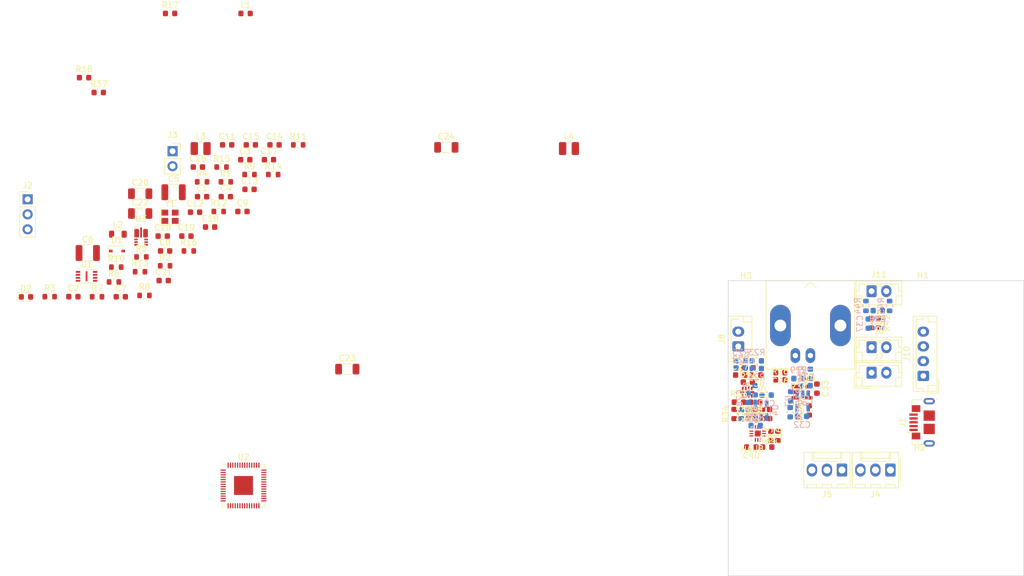
<source format=kicad_pcb>
(kicad_pcb (version 20211014) (generator pcbnew)
  (layers (0 "F.Cu" signal) (31 "B.Cu" signal) (34 "B.Paste" user) (35 "F.Paste" user) (36 "B.SilkS" user "B.Silkscreen") (37 "F.SilkS" user "F.Silkscreen") (38 "B.Mask" user) (39 "F.Mask" user) (44 "Edge.Cuts" user))
  (net 0 "")
  (net 1 "/XIN")
  (net 2 "GND")
  (net 3 "Net-(C2-Pad1)")
  (net 4 "+3V3")
  (net 5 "Net-(C4-Pad1)")
  (net 6 "+24V")
  (net 7 "Net-(C6-Pad2)")
  (net 8 "+1V1")
  (net 9 "Net-(C11-Pad2)")
  (net 10 "Net-(C12-Pad1)")
  (net 11 "Net-(C12-Pad2)")
  (net 12 "Net-(C15-Pad2)")
  (net 13 "Net-(C17-Pad1)")
  (net 14 "+3.3VA")
  (net 15 "Net-(C24-Pad1)")
  (net 16 "Net-(C25-Pad1)")
  (net 17 "Net-(C26-Pad1)")
  (net 18 "Net-(C27-Pad1)")
  (net 19 "/sensorAmp/Vref")
  (net 20 "Net-(C30-Pad1)")
  (net 21 "Net-(C31-Pad1)")
  (net 22 "Net-(C34-Pad1)")
  (net 23 "Net-(C35-Pad1)")
  (net 24 "Net-(C36-Pad1)")
  (net 25 "Net-(C38-Pad1)")
  (net 26 "Net-(C38-Pad2)")
  (net 27 "Net-(D1-Pad2)")
  (net 28 "Net-(D2-Pad2)")
  (net 29 "VBUS")
  (net 30 "Net-(J1-Pad2)")
  (net 31 "Net-(J1-Pad3)")
  (net 33 "Net-(J2-Pad1)")
  (net 34 "Net-(J2-Pad3)")
  (net 35 "Net-(J3-Pad1)")
  (net 36 "Net-(J4-Pad3)")
  (net 37 "Net-(J5-Pad3)")
  (net 38 "Net-(J6-Pad1)")
  (net 39 "Net-(J7-Pad1)")
  (net 40 "Net-(J9-Pad1)")
  (net 41 "/XOUT")
  (net 42 "Net-(R4-Pad2)")
  (net 43 "Net-(R5-Pad2)")
  (net 44 "/QSPI_CS")
  (net 45 "Net-(R7-Pad1)")
  (net 46 "Net-(R8-Pad2)")
  (net 47 "/UART1")
  (net 48 "/UART0")
  (net 49 "/DIN1")
  (net 50 "/DIN2")
  (net 51 "/sensorAmp/SCL")
  (net 52 "/sensorAmp/SDA")
  (net 53 "Net-(J11-Pad1)")
  (net 54 "Net-(J11-Pad2)")
  (net 55 "/QSPI_D1")
  (net 56 "/QSPI_D2")
  (net 57 "/QSPI_D0")
  (net 58 "/QSPI_CLK")
  (net 59 "/QSPI_D3")
  (net 66 "/sensorAmp/ecExc+")
  (net 67 "/sensorAmp/ecExc-")
  (net 70 "/sensorAmp/PH_R_Exc")
  (net 72 "/sensorAmp/SDI")
  (net 73 "/sensorAmp/SDO")
  (net 74 "/sensorAmp/CS")
  (net 75 "/sensorAmp/SCK")
  (net 82 "Net-(R27-Pad2)")
  (net 83 "Net-(R33-Pad1)")
  (net 84 "Net-(R32-Pad1)")
  (net 85 "/sensorAmp/ECsens")
  (net 86 "Net-(R31-Pad1)")
  (net 87 "/sensorAmp/Vguard")
  (net 88 "Net-(R36-Pad1)")
  (net 89 "Net-(R30-Pad1)")
  (net 90 "/sensorAmp/PHsens")
  (footprint "Capacitor_SMD:C_0603_1608Metric" (layer "F.Cu") (at 213.9 118.2 180)
    (fp_text reference "C40" (at 0 -1.43) (layer "F.SilkS"))
    (fp_text value "100nF")
    (pad "1" smd roundrect (at -0.775 0 180) (size 0.9 0.95) (layers "F.Cu" "F.Paste" "F.Mask") (net 4 "+3V3"))
    (pad "2" smd roundrect (at 0.775 0 180) (size 0.9 0.95) (layers "F.Cu" "F.Paste" "F.Mask") (net 2 "GND"))
  )
  (footprint "Resistor_SMD:R_0603_1608Metric" (layer "F.Cu") (at 111.25 92.52)
    (fp_text reference "R8" (at 0 -1.43) (layer "F.SilkS"))
    (fp_text value "5.6k")
    (pad "1" smd roundrect (at -0.825 0) (size 0.8 0.95) (layers "F.Cu" "F.Paste" "F.Mask") (net 29 "VBUS"))
    (pad "2" smd roundrect (at 0.825 0) (size 0.8 0.95) (layers "F.Cu" "F.Paste" "F.Mask") (net 46 "Net-(R8-Pad2)"))
  )
  (footprint "Package_DFN_QFN:QFN-56-1EP_7x7mm_P0.4mm_EP3.2x3.2mm" (layer "F.Cu") (at 128 124.7)
    (fp_text reference "U2" (at 0 -4.82) (layer "F.SilkS"))
    (fp_text value "RP2040")
    (pad "1" smd roundrect locked (at -3.4375 -2.6) (size 0.875 0.2) (layers "F.Cu" "F.Paste" "F.Mask") (net 4 "+3V3"))
    (pad "2" smd roundrect locked (at -3.4375 -2.2) (size 0.875 0.2) (layers "F.Cu" "F.Paste" "F.Mask") (net 47 "/UART1"))
    (pad "3" smd roundrect locked (at -3.4375 -1.8) (size 0.875 0.2) (layers "F.Cu" "F.Paste" "F.Mask") (net 47 "/UART1"))
    (pad "4" smd roundrect locked (at -3.4375 -1.4) (size 0.875 0.2) (layers "F.Cu" "F.Paste" "F.Mask"))
    (pad "5" smd roundrect locked (at -3.4375 -1) (size 0.875 0.2) (layers "F.Cu" "F.Paste" "F.Mask"))
    (pad "6" smd roundrect locked (at -3.4375 -0.6) (size 0.875 0.2) (layers "F.Cu" "F.Paste" "F.Mask") (net 48 "/UART0"))
    (pad "7" smd roundrect locked (at -3.4375 -0.2) (size 0.875 0.2) (layers "F.Cu" "F.Paste" "F.Mask") (net 48 "/UART0"))
    (pad "8" smd roundrect locked (at -3.4375 0.2) (size 0.875 0.2) (layers "F.Cu" "F.Paste" "F.Mask"))
    (pad "9" smd roundrect locked (at -3.4375 0.6) (size 0.875 0.2) (layers "F.Cu" "F.Paste" "F.Mask"))
    (pad "10" smd roundrect locked (at -3.4375 1) (size 0.875 0.2) (layers "F.Cu" "F.Paste" "F.Mask") (net 4 "+3V3"))
    (pad "11" smd roundrect locked (at -3.4375 1.4) (size 0.875 0.2) (layers "F.Cu" "F.Paste" "F.Mask") (net 45 "Net-(R7-Pad1)"))
    (pad "12" smd roundrect locked (at -3.4375 1.8) (size 0.875 0.2) (layers "F.Cu" "F.Paste" "F.Mask") (net 46 "Net-(R8-Pad2)"))
    (pad "13" smd roundrect locked (at -3.4375 2.2) (size 0.875 0.2) (layers "F.Cu" "F.Paste" "F.Mask"))
    (pad "14" smd roundrect locked (at -3.4375 2.6) (size 0.875 0.2) (layers "F.Cu" "F.Paste" "F.Mask") (net 49 "/DIN1"))
    (pad "15" smd roundrect locked (at -2.6 3.4375) (size 0.2 0.875) (layers "F.Cu" "F.Paste" "F.Mask") (net 50 "/DIN2"))
    (pad "16" smd roundrect locked (at -2.2 3.4375) (size 0.2 0.875) (layers "F.Cu" "F.Paste" "F.Mask"))
    (pad "17" smd roundrect locked (at -1.8 3.4375) (size 0.2 0.875) (layers "F.Cu" "F.Paste" "F.Mask") (net 66 "/sensorAmp/ecExc+"))
    (pad "18" smd roundrect locked (at -1.4 3.4375) (size 0.2 0.875) (layers "F.Cu" "F.Paste" "F.Mask") (net 67 "/sensorAmp/ecExc-"))
    (pad "19" smd roundrect locked (at -1 3.4375) (size 0.2 0.875) (layers "F.Cu" "F.Paste" "F.Mask") (net 2 "GND"))
    (pad "20" smd roundrect locked (at -0.6 3.4375) (size 0.2 0.875) (layers "F.Cu" "F.Paste" "F.Mask") (net 1 "/XIN"))
    (pad "21" smd roundrect locked (at -0.2 3.4375) (size 0.2 0.875) (layers "F.Cu" "F.Paste" "F.Mask") (net 41 "/XOUT"))
    (pad "22" smd roundrect locked (at 0.2 3.4375) (size 0.2 0.875) (layers "F.Cu" "F.Paste" "F.Mask") (net 4 "+3V3"))
    (pad "23" smd roundrect locked (at 0.6 3.4375) (size 0.2 0.875) (layers "F.Cu" "F.Paste" "F.Mask") (net 8 "+1V1"))
    (pad "24" smd roundrect locked (at 1 3.4375) (size 0.2 0.875) (layers "F.Cu" "F.Paste" "F.Mask") (net 33 "Net-(J2-Pad1)"))
    (pad "25" smd roundrect locked (at 1.4 3.4375) (size 0.2 0.875) (layers "F.Cu" "F.Paste" "F.Mask") (net 34 "Net-(J2-Pad3)"))
    (pad "26" smd roundrect locked (at 1.8 3.4375) (size 0.2 0.875) (layers "F.Cu" "F.Paste" "F.Mask"))
    (pad "27" smd roundrect locked (at 2.2 3.4375) (size 0.2 0.875) (layers "F.Cu" "F.Paste" "F.Mask"))
    (pad "28" smd roundrect locked (at 2.6 3.4375) (size 0.2 0.875) (layers "F.Cu" "F.Paste" "F.Mask") (net 70 "/sensorAmp/PH_R_Exc"))
    (pad "29" smd roundrect locked (at 3.4375 2.6) (size 0.875 0.2) (layers "F.Cu" "F.Paste" "F.Mask"))
    (pad "30" smd roundrect locked (at 3.4375 2.2) (size 0.875 0.2) (layers "F.Cu" "F.Paste" "F.Mask") (net 72 "/sensorAmp/SDI"))
    (pad "31" smd roundrect locked (at 3.4375 1.8) (size 0.875 0.2) (layers "F.Cu" "F.Paste" "F.Mask") (net 73 "/sensorAmp/SDO"))
    (pad "32" smd roundrect locked (at 3.4375 1.4) (size 0.875 0.2) (layers "F.Cu" "F.Paste" "F.Mask") (net 74 "/sensorAmp/CS"))
    (pad "33" smd roundrect locked (at 3.4375 1) (size 0.875 0.2) (layers "F.Cu" "F.Paste" "F.Mask") (net 4 "+3V3"))
    (pad "34" smd roundrect locked (at 3.4375 0.6) (size 0.875 0.2) (layers "F.Cu" "F.Paste" "F.Mask") (net 75 "/sensorAmp/SCK"))
    (pad "35" smd roundrect locked (at 3.4375 0.2) (size 0.875 0.2) (layers "F.Cu" "F.Paste" "F.Mask"))
    (pad "36" smd roundrect locked (at 3.4375 -0.2) (size 0.875 0.2) (layers "F.Cu" "F.Paste" "F.Mask") (net 52 "/sensorAmp/SDA"))
    (pad "37" smd roundrect locked (at 3.4375 -0.6) (size 0.875 0.2) (layers "F.Cu" "F.Paste" "F.Mask") (net 51 "/sensorAmp/SCL"))
    (pad "38" smd roundrect locked (at 3.4375 -1) (size 0.875 0.2) (layers "F.Cu" "F.Paste" "F.Mask"))
    (pad "39" smd roundrect locked (at 3.4375 -1.4) (size 0.875 0.2) (layers "F.Cu" "F.Paste" "F.Mask"))
    (pad "40" smd roundrect locked (at 3.4375 -1.8) (size 0.875 0.2) (layers "F.Cu" "F.Paste" "F.Mask"))
    (pad "41" smd roundrect locked (at 3.4375 -2.2) (size 0.875 0.2) (layers "F.Cu" "F.Paste" "F.Mask"))
    (pad "42" smd roundrect locked (at 3.4375 -2.6) (size 0.875 0.2) (layers "F.Cu" "F.Paste" "F.Mask") (net 4 "+3V3"))
    (pad "43" smd roundrect locked (at 2.6 -3.4375) (size 0.2 0.875) (layers "F.Cu" "F.Paste" "F.Mask") (net 5 "Net-(C4-Pad1)"))
    (pad "44" smd roundrect locked (at 2.2 -3.4375) (size 0.2 0.875) (layers "F.Cu" "F.Paste" "F.Mask") (net 4 "+3V3"))
    (pad "45" smd roundrect locked (at 1.8 -3.4375) (size 0.2 0.875) (layers "F.Cu" "F.Paste" "F.Mask") (net 8 "+1V1"))
    (pad "46" smd roundrect locked (at 1.4 -3.4375) (size 0.2 0.875) (layers "F.Cu" "F.Paste" "F.Mask") (net 43 "Net-(R5-Pad2)"))
    (pad "47" smd roundrect locked (at 1 -3.4375) (size 0.2 0.875) (layers "F.Cu" "F.Paste" "F.Mask") (net 42 "Net-(R4-Pad2)"))
    (pad "48" smd roundrect locked (at 0.6 -3.4375) (size 0.2 0.875) (layers "F.Cu" "F.Paste" "F.Mask") (net 4 "+3V3"))
    (pad "49" smd roundrect locked (at 0.2 -3.4375) (size 0.2 0.875) (layers "F.Cu" "F.Paste" "F.Mask") (net 4 "+3V3"))
    (pad "50" smd roundrect locked (at -0.2 -3.4375) (size 0.2 0.875) (layers "F.Cu" "F.Paste" "F.Mask") (net 8 "+1V1"))
    (pad "51" smd roundrect locked (at -0.6 -3.4375) (size 0.2 0.875) (layers "F.Cu" "F.Paste" "F.Mask") (net 59 "/QSPI_D3"))
    (pad "52" smd roundrect locked (at -1 -3.4375) (size 0.2 0.875) (layers "F.Cu" "F.Paste" "F.Mask") (net 58 "/QSPI_CLK"))
    (pad "53" smd roundrect locked (at -1.4 -3.4375) (size 0.2 0.875) (layers "F.Cu" "F.Paste" "F.Mask") (net 57 "/QSPI_D0"))
    (pad "54" smd roundrect locked (at -1.8 -3.4375) (size 0.2 0.875) (layers "F.Cu" "F.Paste" "F.Mask") (net 56 "/QSPI_D2"))
    (pad "55" smd roundrect locked (at -2.2 -3.4375) (size 0.2 0.875) (layers "F.Cu" "F.Paste" "F.Mask") (net 55 "/QSPI_D1"))
    (pad "56" smd roundrect locked (at -2.6 -3.4375) (size 0.2 0.875) (layers "F.Cu" "F.Paste" "F.Mask") (net 44 "/QSPI_CS"))
    (pad "57" smd rect locked (at 0 0) (size 3.2 3.2) (layers "F.Cu" "F.Mask") (net 2 "GND"))
  )
  (footprint "Capacitor_SMD:C_0603_1608Metric" (layer "F.Cu") (at 120.28 70.78)
    (fp_text reference "C16" (at 0 -1.43) (layer "F.SilkS"))
    (fp_text value "100nF")
    (pad "1" smd roundrect (at -0.775 0) (size 0.9 0.95) (layers "F.Cu" "F.Paste" "F.Mask") (net 4 "+3V3"))
    (pad "2" smd roundrect (at 0.775 0) (size 0.9 0.95) (layers "F.Cu" "F.Paste" "F.Mask") (net 2 "GND"))
  )
  (footprint "Inductor_SMD:L_0603_1608Metric" (layer "F.Cu") (at 213.425 104.8 180)
    (fp_text reference "R24" (at 0 -1.43) (layer "F.SilkS"))
    (fp_text value "100k")
    (pad "1" smd roundrect (at -0.7875 0 180) (size 0.875 0.95) (layers "F.Cu" "F.Paste" "F.Mask") (net 20 "Net-(C30-Pad1)"))
    (pad "2" smd roundrect (at 0.7875 0 180) (size 0.875 0.95) (layers "F.Cu" "F.Paste" "F.Mask") (net 18 "Net-(C27-Pad1)"))
  )
  (footprint "Inductor_SMD:L_0603_1608Metric" (layer "F.Cu") (at 101.03 55.65)
    (fp_text reference "R18" (at 0 -1.43) (layer "F.SilkS"))
    (fp_text value "1R")
    (pad "1" smd roundrect (at -0.7875 0) (size 0.875 0.95) (layers "F.Cu" "F.Paste" "F.Mask") (net 15 "Net-(C24-Pad1)"))
    (pad "2" smd roundrect (at 0.7875 0) (size 0.875 0.95) (layers "F.Cu" "F.Paste" "F.Mask") (net 2 "GND"))
  )
  (footprint "Connector_PinHeader_2.54mm:PinHeader_1x03_P2.54mm_Vertical" (layer "F.Cu") (at 91.48 76.25)
    (fp_text reference "J2" (at 0 -2.33) (layer "F.SilkS"))
    (fp_text value "Conn_01x03")
    (pad "1" thru_hole rect (at 0 0) (size 1.7 1.7) (drill 1) (layers *.Cu *.Mask) (net 33 "Net-(J2-Pad1)"))
    (pad "2" thru_hole oval (at 0 2.54) (size 1.7 1.7) (drill 1) (layers *.Cu *.Mask) (net 2 "GND"))
    (pad "3" thru_hole oval (at 0 5.08) (size 1.7 1.7) (drill 1) (layers *.Cu *.Mask) (net 34 "Net-(J2-Pad3)"))
  )
  (footprint "Inductor_SMD:L_0603_1608Metric" (layer "F.Cu") (at 214.6 110.6 180)
    (fp_text reference "R31" (at 0 -1.43) (layer "F.SilkS"))
    (fp_text value "20k")
    (pad "1" smd roundrect (at -0.7875 0 180) (size 0.875 0.95) (layers "F.Cu" "F.Paste" "F.Mask") (net 86 "Net-(R31-Pad1)"))
    (pad "2" smd roundrect (at 0.7875 0 180) (size 0.875 0.95) (layers "F.Cu" "F.Paste" "F.Mask") (net 85 "/sensorAmp/ECsens"))
  )
  (footprint "Inductor_SMD:L_0603_1608Metric" (layer "F.Cu") (at 218.4 116.3125 90)
    (fp_text reference "R43" (at 0 -1.43 90) (layer "F.SilkS"))
    (fp_text value "0R")
    (pad "1" smd roundrect (at -0.7875 0 90) (size 0.875 0.95) (layers "F.Cu" "F.Paste" "F.Mask") (net 14 "+3.3VA"))
    (pad "2" smd roundrect (at 0.7875 0 90) (size 0.875 0.95) (layers "F.Cu" "F.Paste" "F.Mask") (net 24 "Net-(C36-Pad1)"))
  )
  (footprint "Inductor_SMD:L_0603_1608Metric" (layer "F.Cu") (at 223.7 112 90)
    (fp_text reference "R35" (at 0 -1.43 90) (layer "F.SilkS"))
    (fp_text value "100k")
    (pad "1" smd roundrect (at -0.7875 0 90) (size 0.875 0.95) (layers "F.Cu" "F.Paste" "F.Mask") (net 70 "/sensorAmp/PH_R_Exc"))
    (pad "2" smd roundrect (at 0.7875 0 90) (size 0.875 0.95) (layers "F.Cu" "F.Paste" "F.Mask") (net 89 "Net-(R30-Pad1)"))
  )
  (footprint "Crystal:Crystal_SMD_2520-4Pin_2.5x2.0mm" (layer "F.Cu") (at 115.57 79.2)
    (fp_text reference "Y1" (at 0 -2.2) (layer "F.SilkS"))
    (fp_text value "12Mhz")
    (pad "1" smd rect (at -0.875 0.7) (size 1.15 1) (layers "F.Cu" "F.Paste" "F.Mask") (net 1 "/XIN"))
    (pad "2" smd rect (at 0.875 0.7) (size 1.15 1) (layers "F.Cu" "F.Paste" "F.Mask") (net 2 "GND"))
    (pad "3" smd rect (at 0.875 -0.7) (size 1.15 1) (layers "F.Cu" "F.Paste" "F.Mask") (net 3 "Net-(C2-Pad1)"))
    (pad "4" smd rect (at -0.875 -0.7) (size 1.15 1) (layers "F.Cu" "F.Paste" "F.Mask") (net 2 "GND"))
  )
  (footprint "Resistor_SMD:R_0603_1608Metric" (layer "F.Cu") (at 125.01 73.29)
    (fp_text reference "R1" (at 0 -1.43) (layer "F.SilkS"))
    (fp_text value "20R")
    (pad "1" smd roundrect (at -0.825 0) (size 0.8 0.95) (layers "F.Cu" "F.Paste" "F.Mask") (net 27 "Net-(D1-Pad2)"))
    (pad "2" smd roundrect (at 0.825 0) (size 0.8 0.95) (layers "F.Cu" "F.Paste" "F.Mask") (net 29 "VBUS"))
  )
  (footprint "Resistor_SMD:R_0603_1608Metric" (layer "F.Cu") (at 106.48 87.73)
    (fp_text reference "R10" (at 0 -1.43) (layer "F.SilkS"))
    (fp_text value "1k")
    (pad "1" smd roundrect (at -0.825 0) (size 0.8 0.95) (layers "F.Cu" "F.Paste" "F.Mask") (net 36 "Net-(J4-Pad3)"))
    (pad "2" smd roundrect (at 0.825 0) (size 0.8 0.95) (layers "F.Cu" "F.Paste" "F.Mask") (net 47 "/UART1"))
  )
  (footprint "Capacitor_SMD:C_0603_1608Metric" (layer "F.Cu") (at 129.24 67.03)
    (fp_text reference "C15" (at 0 -1.43) (layer "F.SilkS"))
    (fp_text value "DNP")
    (pad "1" smd roundrect (at -0.775 0) (size 0.9 0.95) (layers "F.Cu" "F.Paste" "F.Mask") (net 2 "GND"))
    (pad "2" smd roundrect (at 0.775 0) (size 0.9 0.95) (layers "F.Cu" "F.Paste" "F.Mask") (net 12 "Net-(C15-Pad2)"))
  )
  (footprint "Resistor_SMD:R_0603_1608Metric" (layer "F.Cu") (at 121 73.29)
    (fp_text reference "R4" (at 0 -1.43) (layer "F.SilkS"))
    (fp_text value "27")
    (pad "1" smd roundrect (at -0.825 0) (size 0.8 0.95) (layers "F.Cu" "F.Paste" "F.Mask") (net 31 "Net-(J1-Pad3)"))
    (pad "2" smd roundrect (at 0.825 0) (size 0.8 0.95) (layers "F.Cu" "F.Paste" "F.Mask") (net 42 "Net-(R4-Pad2)"))
  )
  (footprint "Capacitor_SMD:C_0603_1608Metric" (layer "F.Cu") (at 217.2 116.3 -90)
    (fp_text reference "C36" (at 0 -1.43 90) (layer "F.SilkS"))
    (fp_text value "100nF")
    (pad "1" smd roundrect (at -0.775 0 270) (size 0.9 0.95) (layers "F.Cu" "F.Paste" "F.Mask") (net 24 "Net-(C36-Pad1)"))
    (pad "2" smd roundrect (at 0.775 0 270) (size 0.9 0.95) (layers "F.Cu" "F.Paste" "F.Mask") (net 2 "GND"))
  )
  (footprint "Capacitor_SMD:C_0603_1608Metric" (layer "F.Cu") (at 212.025 106)
    (fp_text reference "C27" (at 0 -1.43) (layer "F.SilkS"))
    (fp_text value "1n")
    (pad "1" smd roundrect (at -0.775 0) (size 0.9 0.95) (layers "F.Cu" "F.Paste" "F.Mask") (net 18 "Net-(C27-Pad1)"))
    (pad "2" smd roundrect (at 0.775 0) (size 0.9 0.95) (layers "F.Cu" "F.Paste" "F.Mask") (net 2 "GND"))
  )
  (footprint "Capacitor_SMD:C_0603_1608Metric" (layer "F.Cu") (at 121 75.8)
    (fp_text reference "C1" (at 0 -1.43) (layer "F.SilkS"))
    (fp_text value "12p")
    (pad "1" smd roundrect (at -0.775 0) (size 0.9 0.95) (layers "F.Cu" "F.Paste" "F.Mask") (net 1 "/XIN"))
    (pad "2" smd roundrect (at 0.775 0) (size 0.9 0.95) (layers "F.Cu" "F.Paste" "F.Mask") (net 2 "GND"))
  )
  (footprint "Inductor_SMD:L_0603_1608Metric" (layer "F.Cu") (at 212.2 112.6 -90)
    (fp_text reference "R32" (at 0 -1.43 90) (layer "F.SilkS"))
    (fp_text value "10k")
    (pad "1" smd roundrect (at -0.7875 0 270) (size 0.875 0.95) (layers "F.Cu" "F.Paste" "F.Mask") (net 84 "Net-(R32-Pad1)"))
    (pad "2" smd roundrect (at 0.7875 0 270) (size 0.875 0.95) (layers "F.Cu" "F.Paste" "F.Mask") (net 86 "Net-(R31-Pad1)"))
  )
  (footprint "Bergi:Texas_S-X2QFN-10" (layer "F.Cu") (at 213.225 108.9 -90)
    (fp_text reference "U5" (at -0.05 -2.6 90) (layer "F.SilkS"))
    (fp_text value "TLV9002S")
    (pad "1" smd roundrect (at -0.625 -0.75 270) (size 0.6 0.3) (layers "F.Cu" "F.Paste" "F.Mask") (net 2 "GND"))
    (pad "2" smd roundrect (at -0.625 -0.25 270) (size 0.6 0.25) (layers "F.Cu" "F.Paste" "F.Mask") (net 14 "+3.3VA"))
    (pad "3" smd roundrect (at -0.625 0.25 270) (size 0.6 0.25) (layers "F.Cu" "F.Paste" "F.Mask") (net 14 "+3.3VA"))
    (pad "4" smd roundrect (at -0.625 0.75 270) (size 0.6 0.3) (layers "F.Cu" "F.Paste" "F.Mask") (net 18 "Net-(C27-Pad1)"))
    (pad "5" smd roundrect (at 0 0.875 270) (size 0.35 0.6) (layers "F.Cu" "F.Paste" "F.Mask") (net 83 "Net-(R33-Pad1)"))
    (pad "6" smd roundrect (at 0.625 0.75 270) (size 0.6 0.3) (layers "F.Cu" "F.Paste" "F.Mask") (net 84 "Net-(R32-Pad1)"))
    (pad "7" smd roundrect (at 0.625 0.25 270) (size 0.6 0.25) (layers "F.Cu" "F.Paste" "F.Mask") (net 14 "+3.3VA"))
    (pad "8" smd roundrect (at 0.625 -0.25 270) (size 0.6 0.25) (layers "F.Cu" "F.Paste" "F.Mask") (net 85 "/sensorAmp/ECsens"))
    (pad "9" smd roundrect (at 0.625 -0.75 270) (size 0.6 0.3) (layers "F.Cu" "F.Paste" "F.Mask") (net 86 "Net-(R31-Pad1)"))
    (pad "10" smd roundrect (at 0 -0.875 270) (size 0.35 0.6) (layers "F.Cu" "F.Paste" "F.Mask") (net 20 "Net-(C30-Pad1)"))
  )
  (footprint "Connector_JST:JST_EH_B2B-EH-A_1x02_P2.50mm_Vertical" (layer "F.Cu") (at 234.25 91.8)
    (fp_text reference "J11" (at 1.25 -2.8) (layer "F.SilkS"))
    (fp_text value "Conn_01x02")
    (pad "1" thru_hole roundrect (at 0 0) (size 1.7 2) (drill 1) (layers *.Cu *.Mask) (roundrect_rratio 0.147059) (net 53 "Net-(J11-Pad1)"))
    (pad "2" thru_hole oval (at 2.5 0) (size 1.7 2) (drill 1) (layers *.Cu *.Mask) (net 54 "Net-(J11-Pad2)"))
  )
  (footprint "Bergi:V-DFN3020-13" (layer "F.Cu") (at 110.675 82.685)
    (fp_text reference "U3" (at 0 -3.15 unlocked) (layer "F.SilkS"))
    (fp_text value "AP63357Q")
    (pad "1" smd roundrect (at -0.75 -0.6875) (size 0.8 1.45) (layers "F.Cu" "F.Paste" "F.Mask") (net 7 "Net-(C6-Pad2)"))
    (pad "2" smd roundrect (at -0.85 0.3625) (size 0.6 0.3) (layers "F.Cu" "F.Paste" "F.Mask") (net 7 "Net-(C6-Pad2)"))
    (pad "3" smd roundrect (at -0.85 0.8125) (size 0.6 0.3) (layers "F.Cu" "F.Paste" "F.Mask") (net 13 "Net-(C17-Pad1)"))
    (pad "4" smd roundrect (at -0.85 1.2625) (size 0.6 0.3) (layers "F.Cu" "F.Paste" "F.Mask") (net 12 "Net-(C15-Pad2)"))
    (pad "5" smd roundrect (at 0.85 1.2625) (size 0.6 0.3) (layers "F.Cu" "F.Paste" "F.Mask"))
    (pad "6" smd roundrect (at 0.85 0.8125) (size 0.6 0.3) (layers "F.Cu" "F.Paste" "F.Mask") (net 11 "Net-(C12-Pad2)"))
    (pad "7" smd roundrect (at 0.85 0.3625) (size 0.6 0.3) (layers "F.Cu" "F.Paste" "F.Mask") (net 10 "Net-(C12-Pad1)"))
    (pad "8" smd roundrect (at 0.75 -0.6875) (size 0.8 1.45) (layers "F.Cu" "F.Paste" "F.Mask") (net 2 "GND"))
    (pad "9" smd roundrect (at 0 -0.825) (size 0.3 1.725) (layers "F.Cu" "F.Paste" "F.Mask") (net 10 "Net-(C12-Pad1)"))
  )
  (footprint "Resistor_SMD:R_0603_1608Metric" (layer "F.Cu") (at 95.21 92.73)
    (fp_text reference "R3" (at 0 -1.43) (layer "F.SilkS"))
    (fp_text value "1k")
    (pad "1" smd roundrect (at -0.825 0) (size 0.8 0.95) (layers "F.Cu" "F.Paste" "F.Mask") (net 41 "/XOUT"))
    (pad "2" smd roundrect (at 0.825 0) (size 0.8 0.95) (layers "F.Cu" "F.Paste" "F.Mask") (net 3 "Net-(C2-Pad1)"))
  )
  (footprint "Capacitor_SMD:C_0603_1608Metric" (layer "F.Cu") (at 125.01 75.8)
    (fp_text reference "C4" (at 0 -1.43) (layer "F.SilkS"))
    (fp_text value "1µF")
    (pad "1" smd roundrect (at -0.775 0) (size 0.9 0.95) (layers "F.Cu" "F.Paste" "F.Mask") (net 5 "Net-(C4-Pad1)"))
    (pad "2" smd roundrect (at 0.775 0) (size 0.9 0.95) (layers "F.Cu" "F.Paste" "F.Mask") (net 2 "GND"))
  )
  (footprint "Capacitor_SMD:C_0603_1608Metric" (layer "F.Cu") (at 114.5 90.01)
    (fp_text reference "C21" (at 0 -1.43) (layer "F.SilkS"))
    (fp_text value "1µF")
    (pad "1" smd roundrect (at -0.775 0) (size 0.9 0.95) (layers "F.Cu" "F.Paste" "F.Mask") (net 4 "+3V3"))
    (pad "2" smd roundrect (at 0.775 0) (size 0.9 0.95) (layers "F.Cu" "F.Paste" "F.Mask") (net 2 "GND"))
  )
  (footprint "Resistor_SMD:R_0603_1608Metric" (layer "F.Cu") (at 124.29 70.78)
    (fp_text reference "R15" (at 0 -1.43) (layer "F.SilkS"))
    (fp_text value "91k")
    (pad "1" smd roundrect (at -0.825 0) (size 0.8 0.95) (layers "F.Cu" "F.Paste" "F.Mask") (net 4 "+3V3"))
    (pad "2" smd roundrect (at 0.825 0) (size 0.8 0.95) (layers "F.Cu" "F.Paste" "F.Mask") (net 13 "Net-(C17-Pad1)"))
  )
  (footprint "Inductor_SMD:L_0603_1608Metric" (layer "F.Cu") (at 128.35 44.78)
    (fp_text reference "L1" (at 0 -1.43) (layer "F.SilkS"))
    (fp_text value "600R")
    (pad "1" smd roundrect (at -0.7875 0) (size 0.875 0.95) (layers "F.Cu" "F.Paste" "F.Mask") (net 5 "Net-(C4-Pad1)"))
    (pad "2" smd roundrect (at 0.7875 0) (size 0.875 0.95) (layers "F.Cu" "F.Paste" "F.Mask") (net 14 "+3.3VA"))
  )
  (footprint "Package_TO_SOT_SMD:SOT-23-5" (layer "F.Cu") (at 222.5 108.9)
    (fp_text reference "U6" (at 0 -2.4) (layer "F.SilkS"))
    (fp_text value "NCS333ASN2T1G")
    (pad "1" smd roundrect (at -1.1375 -0.95) (size 1.325 0.6) (layers "F.Cu" "F.Paste" "F.Mask") (net 87 "/sensorAmp/Vguard"))
    (pad "2" smd roundrect (at -1.1375 0) (size 1.325 0.6) (layers "F.Cu" "F.Paste" "F.Mask") (net 2 "GND"))
    (pad "3" smd roundrect (at -1.1375 0.95) (size 1.325 0.6) (layers "F.Cu" "F.Paste" "F.Mask") (net 88 "Net-(R36-Pad1)"))
    (pad "4" smd roundrect (at 1.1375 0.95) (size 1.325 0.6) (layers "F.Cu" "F.Paste" "F.Mask") (net 89 "Net-(R30-Pad1)"))
    (pad "5" smd roundrect (at 1.1375 -0.95) (size 1.325 0.6) (layers "F.Cu" "F.Paste" "F.Mask") (net 14 "+3.3VA"))
  )
  (footprint "MountingHole:MountingHole_3.2mm_M3_DIN965" (layer "F.Cu") (at 213 93)
    (fp_text reference "H3" (at 0 -3.8) (layer "F.SilkS"))
    (fp_text value "MountingHole")
    (pad "" np_thru_hole circle (at 0 0) (size 3.2 3.2) (drill 3.2) (layers *.Cu *.Mask))
  )
  (footprint "Connector_JST:JST_EH_B2B-EH-A_1x02_P2.50mm_Vertical" (layer "F.Cu") (at 234.25 101.3)
    (fp_text reference "J6" (at 1.25 -2.8) (layer "F.SilkS"))
    (fp_text value "Conn_01x02")
    (pad "1" thru_hole roundrect (at 0 0) (size 1.7 2) (drill 1) (layers *.Cu *.Mask) (roundrect_rratio 0.147059) (net 38 "Net-(J6-Pad1)"))
    (pad "2" thru_hole oval (at 2.5 0) (size 1.7 2) (drill 1) (layers *.Cu *.Mask) (net 2 "GND"))
  )
  (footprint "Capacitor_SMD:C_0603_1608Metric" (layer "F.Cu") (at 218.8 105.6 180)
    (fp_text reference "C26" (at 0 -1.43) (layer "F.SilkS"))
    (fp_text value "1n")
    (pad "1" smd roundrect (at -0.775 0 180) (size 0.9 0.95) (layers "F.Cu" "F.Paste" "F.Mask") (net 17 "Net-(C26-Pad1)"))
    (pad "2" smd roundrect (at 0.775 0 180) (size 0.9 0.95) (layers "F.Cu" "F.Paste" "F.Mask") (net 2 "GND"))
  )
  (footprint "Capacitor_SMD:C_1210_3225Metric" (layer "F.Cu") (at 101.65 85.34)
    (fp_text reference "C6" (at 0 -2.3) (layer "F.SilkS"))
    (fp_text value "10µ")
    (pad "1" smd roundrect (at -1.475 0) (size 1.15 2.7) (layers "F.Cu" "F.Paste" "F.Mask") (roundrect_rratio 0.217391) (net 2 "GND"))
    (pad "2" smd roundrect (at 1.475 0) (size 1.15 2.7) (layers "F.Cu" "F.Paste" "F.Mask") (roundrect_rratio 0.217391) (net 7 "Net-(C6-Pad2)"))
  )
  (footprint "Inductor_SMD:L_0603_1608Metric" (layer "F.Cu") (at 115.58 44.78)
    (fp_text reference "R17" (at 0 -1.43) (layer "F.SilkS"))
    (fp_text value "1R")
    (pad "1" smd roundrect (at -0.7875 0) (size 0.875 0.95) (layers "F.Cu" "F.Paste" "F.Mask") (net 15 "Net-(C24-Pad1)"))
    (pad "2" smd roundrect (at 0.7875 0) (size 0.875 0.95) (layers "F.Cu" "F.Paste" "F.Mask") (net 2 "GND"))
  )
  (footprint "Resistor_SMD:R_0603_1608Metric" (layer "F.Cu") (at 114.74 87.5)
    (fp_text reference "R2" (at 0 -1.43) (layer "F.SilkS"))
    (fp_text value "20R")
    (pad "1" smd roundrect (at -0.825 0) (size 0.8 0.95) (layers "F.Cu" "F.Paste" "F.Mask") (net 27 "Net-(D1-Pad2)"))
    (pad "2" smd roundrect (at 0.825 0) (size 0.8 0.95) (layers "F.Cu" "F.Paste" "F.Mask") (net 29 "VBUS"))
  )
  (footprint "Connector_PinSocket_2.54mm:PinSocket_1x02_P2.54mm_Vertical" (layer "F.Cu") (at 116 68.1)
    (fp_text reference "J3" (at 0 -2.77) (layer "F.SilkS"))
    (fp_text value "Conn_01x02")
    (pad "1" thru_hole rect (at 0 0) (size 1.7 1.7) (drill 1) (layers *.Cu *.Mask) (net 35 "Net-(J3-Pad1)"))
    (pad "2" thru_hole oval (at 0 2.54) (size 1.7 1.7) (drill 1) (layers *.Cu *.Mask) (net 2 "GND"))
  )
  (footprint "Connector_Molex:Molex_KK-254_AE-6410-03A_1x03_P2.54mm_Vertical" (layer "F.Cu") (at 229.24 122.08 180)
    (fp_text reference "J5" (at 2.54 -4.12) (layer "F.SilkS"))
    (fp_text value "Conn_01x03")
    (pad "1" thru_hole roundrect (at 0 0 180) (size 1.74 2.19) (drill 1.19) (layers *.Cu *.Mask) (roundrect_rratio 0.143678) (net 2 "GND"))
    (pad "2" thru_hole oval (at 2.54 0 180) (size 1.74 2.19) (drill 1.19) (layers *.Cu *.Mask) (net 6 "+24V"))
    (pad "3" thru_hole oval (at 5.08 0 180) (size 1.74 2.19) (drill 1.19) (layers *.Cu *.Mask) (net 37 "Net-(J5-Pad3)"))
  )
  (footprint "Resistor_SMD:R_0603_1608Metric" (layer "F.Cu") (at 118.75 84.99)
    (fp_text reference "R16" (at 0 -1.43) (layer "F.SilkS"))
    (fp_text value "30k")
    (pad "1" smd roundrect (at -0.825 0) (size 0.8 0.95) (layers "F.Cu" "F.Paste" "F.Mask") (net 13 "Net-(C17-Pad1)"))
    (pad "2" smd roundrect (at 0.825 0) (size 0.8 0.95) (layers "F.Cu" "F.Paste" "F.Mask") (net 2 "GND"))
  )
  (footprint "Capacitor_SMD:C_0603_1608Metric" (layer "F.Cu") (at 129.02 74.56)
    (fp_text reference "C13" (at 0 -1.43) (layer "F.SilkS"))
    (fp_text value "100nF")
    (pad "1" smd roundrect (at -0.775 0) (size 0.9 0.95) (layers "F.Cu" "F.Paste" "F.Mask") (net 4 "+3V3"))
    (pad "2" smd roundrect (at 0.775 0) (size 0.9 0.95) (layers "F.Cu" "F.Paste" "F.Mask") (net 2 "GND"))
  )
  (footprint "Inductor_SMD:L_0603_1608Metric" (layer "F.Cu") (at 103.51 58.16)
    (fp_text reference "R37" (at 0 -1.43) (layer "F.SilkS"))
    (fp_text value "10k")
    (pad "1" smd roundrect (at -0.7875 0) (size 0.875 0.95) (layers "F.Cu" "F.Paste" "F.Mask") (net 83 "Net-(R33-Pad1)"))
    (pad "2" smd roundrect (at 0.7875 0) (size 0.875 0.95) (layers "F.Cu" "F.Paste" "F.Mask") (net 86 "Net-(R31-Pad1)"))
  )
  (footprint "Inductor_SMD:L_0805_2012Metric" (layer "F.Cu") (at 106.75 82.15)
    (fp_text reference "L2" (at 0 -1.55) (layer "F.SilkS"))
    (fp_text value "10µ")
    (pad "1" smd roundrect (at -1.0625 0) (size 0.875 1.2) (layers "F.Cu" "F.Paste" "F.Mask") (net 7 "Net-(C6-Pad2)"))
    (pad "2" smd roundrect (at 1.0625 0) (size 0.875 1.2) (layers "F.Cu" "F.Paste" "F.Mask") (net 6 "+24V"))
  )
  (footprint "Connector_JST:JST_EH_B2B-EH-A_1x02_P2.50mm_Vertical" (layer "F.Cu") (at 211.7 101.15 90)
    (fp_text reference "J8" (at 1.25 -2.8 90) (layer "F.SilkS"))
    (fp_text value "Conn_01x02")
    (pad "1" thru_hole roundrect (at 0 0 90) (size 1.7 2) (drill 1) (layers *.Cu *.Mask) (roundrect_rratio 0.147059) (net 18 "Net-(C27-Pad1)"))
    (pad "2" thru_hole oval (at 2.5 0 90) (size 1.7 2) (drill 1) (layers *.Cu *.Mask) (net 20 "Net-(C30-Pad1)"))
  )
  (footprint "Connector_Coaxial:BNC_Amphenol_B6252HB-NPP3G-50_Horizontal" (layer "F.Cu") (at 223.9 102.7)
    (fp_text reference "J9" (at 0 4) (layer "F.SilkS"))
    (fp_text value "Conn_Coaxial")
    (pad "1" thru_hole oval (at 0 0) (size 1.6 2.5) (drill 0.89) (layers *.Cu *.Mask) (net 40 "Net-(J9-Pad1)"))
    (pad "2" thru_hole oval (at 5.08 -5.08) (size 3.5 7) (drill 2.01) (layers *.Cu *.Mask) (net 17 "Net-(C26-Pad1)"))
    (pad "2" thru_hole oval (at -2.54 0) (size 1.6 2.5) (drill 0.89) (layers *.Cu *.Mask) (net 17 "Net-(C26-Pad1)"))
    (pad "2" thru_hole oval (at -5.08 -5.08) (size 3.5 7) (drill 2.01) (layers *.Cu *.Mask) (net 17 "Net-(C26-Pad1)"))
  )
  (footprint "Inductor_SMD:L_0603_1608Metric" (layer "F.Cu") (at 211.8 110.6)
    (fp_text reference "R33" (at 0 -1.43) (layer "F.SilkS"))
    (fp_text value "10k")
    (pad "1" smd roundrect (at -0.7875 0) (size 0.875 0.95) (layers "F.Cu" "F.Paste" "F.Mask") (net 83 "Net-(R33-Pad1)"))
    (pad "2" smd roundrect (at 0.7875 0) (size 0.875 0.95) (layers "F.Cu" "F.Paste" "F.Mask") (net 84 "Net-(R32-Pad1)"))
  )
  (footprint "Resistor_SMD:R_0603_1608Metric" (layer "F.Cu") (at 234.2 97.175 -90)
    (fp_text reference "R41" (at 0 -1.43 90) (layer "F.SilkS"))
    (fp_text value "10k")
    (pad "1" smd roundrect (at -0.825 0 270) (size 0.8 0.95) (layers "F.Cu" "F.Paste" "F.Mask") (net 4 "+3V3"))
    (pad "2" smd roundrect (at 0.825 0 270) (size 0.8 0.95) (layers "F.Cu" "F.Paste" "F.Mask") (net 51 "/sensorAmp/SCL"))
  )
  (footprint "MountingHole:MountingHole_3.2mm_M3_DIN965" (layer "F.Cu") (at 242.4 122.1)
    (fp_text reference "H2" (at 0 -3.8) (layer "F.SilkS"))
    (fp_text value "MountingHole")
    (pad "" np_thru_hole circle (at 0 0) (size 3.2 3.2) (drill 3.2) (layers *.Cu *.Mask))
  )
  (footprint "Resistor_SMD:R_0603_1608Metric" (layer "F.Cu") (at 133.03 72.05)
    (fp_text reference "R14" (at 0 -1.43) (layer "F.SilkS"))
    (fp_text value "27k")
    (pad "1" smd roundrect (at -0.825 0) (size 0.8 0.95) (layers "F.Cu" "F.Paste" "F.Mask") (net 12 "Net-(C15-Pad2)"))
    (pad "2" smd roundrect (at 0.825 0) (size 0.8 0.95) (layers "F.Cu" "F.Paste" "F.Mask") (net 9 "Net-(C11-Pad2)"))
  )
  (footprint "Resistor_SMD:R_0603_1608Metric" (layer "F.Cu") (at 106.08 90.24)
    (fp_text reference "R6" (at 0 -1.43) (layer "F.SilkS"))
    (fp_text value "1k")
    (pad "1" smd roundrect (at -0.825 0) (size 0.8 0.95) (layers "F.Cu" "F.Paste" "F.Mask") (net 44 "/QSPI_CS"))
    (pad "2" smd roundrect (at 0.825 0) (size 0.8 0.95) (layers "F.Cu" "F.Paste" "F.Mask") (net 35 "Net-(J3-Pad1)"))
  )
  (footprint "Bergi:QFN-12_EP_2x2_Pitch0.4mm" (layer "F.Cu") (at 215 115.9 180)
    (fp_text reference "U8" (at 0 -2.6) (layer "F.SilkS"))
    (fp_text value "MCP3465R")
    (pad "1" smd oval (at -1.075 -0.4 270) (size 0.2 0.7) (layers "F.Cu" "F.Paste" "F.Mask") (net 2 "GND"))
    (pad "2" smd oval (at -1.075 0 270) (size 0.2 0.7) (layers "F.Cu" "F.Paste" "F.Mask") (net 2 "GND"))
    (pad "3" smd oval (at -1.075 0.4 270) (size 0.2 0.7) (layers "F.Cu" "F.Paste" "F.Mask") (net 24 "Net-(C36-Pad1)"))
    (pad "4" smd oval (at -0.4 1.075 180) (size 0.2 0.7) (layers "F.Cu" "F.Paste" "F.Mask") (net 22 "Net-(C34-Pad1)"))
    (pad "5" smd oval (at 0 1.075 180) (size 0.2 0.7) (layers "F.Cu" "F.Paste" "F.Mask") (net 23 "Net-(C35-Pad1)"))
    (pad "6" smd oval (at 0.4 1.075 180) (size 0.2 0.7) (layers "F.Cu" "F.Paste" "F.Mask") (net 74 "/sensorAmp/CS"))
    (pad "7" smd oval (at 1.075 0.4 270) (size 0.2 0.7) (layers "F.Cu" "F.Paste" "F.Mask") (net 75 "/sensorAmp/SCK"))
    (pad "8" smd oval (at 1.075 0 270) (size 0.2 0.7) (layers "F.Cu" "F.Paste" "F.Mask") (net 72 "/sensorAmp/SDI"))
    (pad "9" smd oval (at 1.075 -0.4 270) (size 0.2 0.7) (layers "F.Cu" "F.Paste" "F.Mask") (net 73 "/sensorAmp/SDO"))
    (pad "10" smd oval (at 0.4 -1.075 180) (size 0.2 0.7) (layers "F.Cu" "F.Paste" "F.Mask") (net 2 "GND"))
    (pad "11" smd oval (at 0 -1.075 180) (size 0.2 0.7) (layers "F.Cu" "F.Paste" "F.Mask") (net 4 "+3V3"))
    (pad "12" smd oval (at -0.4 -1.075 180) (size 0.2 0.7) (layers "F.Cu" "F.Paste" "F.Mask") (net 14 "+3.3VA"))
    (pad "13" smd rect (at 0 0 180) (size 1 1) (layers "F.Cu" "F.Paste" "F.Mask") (net 2 "GND"))
  )
  (footprint "Capacitor_SMD:C_0603_1608Metric" (layer "F.Cu") (at 127.82 78.31)
    (fp_text reference "C9" (at 0 -1.43) (layer "F.SilkS"))
    (fp_text value "100nF")
    (pad "1" smd roundrect (at -0.775 0) (size 0.9 0.95) (layers "F.Cu" "F.Paste" "F.Mask") (net 4 "+3V3"))
    (pad "2" smd roundrect (at 0.775 0) (size 0.9 0.95) (layers "F.Cu" "F.Paste" "F.Mask") (net 2 "GND"))
  )
  (footprint "Inductor_SMD:L_1008_2520Metric" (layer "F.Cu") (at 183.06 67.65)
    (fp_text reference "L4" (at 0 -2.05) (layer "F.SilkS"))
    (fp_text value "4.7u")
    (pad "1" smd roundrect (at -1.075 0) (size 1.25 2.2) (layers "F.Cu" "F.Paste" "F.Mask") (roundrect_rratio 0.2) (net 4 "+3V3"))
    (pad "2" smd roundrect (at 1.075 0) (size 1.25 2.2) (layers "F.Cu" "F.Paste" "F.Mask") (roundrect_rratio 0.2) (net 14 "+3.3VA"))
  )
  (footprint "Inductor_SMD:L_0603_1608Metric" (layer "F.Cu") (at 218.8 106.8)
    (fp_text reference "R26" (at 0 -1.43) (layer "F.SilkS"))
    (fp_text value "100k")
    (pad "1" smd roundrect (at -0.7875 0) (size 0.875 0.95) (layers "F.Cu" "F.Paste" "F.Mask") (net 19 "/sensorAmp/Vref"))
    (pad "2" smd roundrect (at 0.7875 0) (size 0.875 0.95) (layers "F.Cu" "F.Paste" "F.Mask") (net 17 "Net-(C26-Pad1)"))
  )
  (footprint "Connector_JST:JST_EH_B2B-EH-A_1x02_P2.50mm_Vertical" (layer "F.Cu") (at 234.25 105.6)
    (fp_text reference "J7" (at 1.25 -2.8) (layer "F.SilkS"))
    (fp_text value "Conn_01x02")
    (pad "1" thru_hole roundrect (at 0 0) (size 1.7 2) (drill 1) (layers *.Cu *.Mask) (roundrect_rratio 0.147059) (net 39 "Net-(J7-Pad1)"))
    (pad "2" thru_hole oval (at 2.5 0) (size 1.7 2) (drill 1) (layers *.Cu *.Mask) (net 2 "GND"))
  )
  (footprint "Resistor_SMD:R_0603_1608Metric" (layer "F.Cu") (at 123.81 78.31)
    (fp_text reference "R12" (at 0 -1.43) (layer "F.SilkS"))
    (fp_text value "1k")
    (pad "1" smd roundrect (at -0.825 0) (size 0.8 0.95) (layers "F.Cu" "F.Paste" "F.Mask") (net 49 "/DIN1"))
    (pad "2" smd roundrect (at 0.825 0) (size 0.8 0.95) (layers "F.Cu" "F.Paste" "F.Mask") (net 38 "Net-(J6-Pad1)"))
  )
  (footprint "Resistor_SMD:R_0603_1608Metric" (layer "F.Cu") (at 110.73 86)
    (fp_text reference "R5" (at 0 -1.43) (layer "F.SilkS"))
    (fp_text value "27")
    (pad "1" smd roundrect (at -0.825 0) (size 0.8 0.95) (layers "F.Cu" "F.Paste" "F.Mask") (net 30 "Net-(J1-Pad2)"))
    (pad "2" smd roundrect (at 0.825 0) (size 0.8 0.95) (layers "F.Cu" "F.Paste" "F.Mask") (net 43 "Net-(R5-Pad2)"))
  )
  (footprint "Capacitor_SMD:C_1206_3216Metric" (layer "F.Cu") (at 110.52 78.65)
    (fp_text reference "C22" (at 0 -1.85) (layer "F.SilkS"))
    (fp_text value "22µ")
    (pad "1" smd roundrect (at -1.475 0) (size 1.15 1.8) (layers "F.Cu" "F.Paste" "F.Mask") (roundrect_rratio 0.217391) (net 2 "GND"))
    (pad "2" smd roundrect (at 1.475 0) (size 1.15 1.8) (layers "F.Cu" "F.Paste" "F.Mask") (roundrect_rratio 0.217391) (net 4 "+3V3"))
  )
  (footprint "Inductor_SMD:L_0603_1608Metric" (layer "F.Cu") (at 215.8 112.6 90)
    (fp_text reference "R39" (at 0 -1.43 90) (layer "F.SilkS"))
    (fp_text value "1k")
    (pad "1" smd roundrect (at -0.7875 0 90) (size 0.875 0.95) (layers "F.Cu" "F.Paste" "F.Mask") (net 22 "Net-(C34-Pad1)"))
    (pad "2" smd roundrect (at 0.7875 0 90) (size 0.875 0.95) (layers "F.Cu" "F.Paste" "F.Mask") (net 90 "/sensorAmp/PHsens"))
  )
  (footprint "Capacitor_SMD:C_1206_3216Metric" (layer "F.Cu") (at 110.52 75.3)
    (fp_text reference "C20" (at 0 -1.85) (layer "F.SilkS"))
    (fp_text value "22µ")
    (pad "1" smd roundrect (at -1.475 0) (size 1.15 1.8) (layers "F.Cu" "F.Paste" "F.Mask") (roundrect_rratio 0.217391) (net 2 "GND"))
    (pad "2" smd roundrect (at 1.475 0) (size 1.15 1.8) (layers "F.Cu" "F.Paste" "F.Mask") (roundrect_rratio 0.217391) (net 4 "+3V3"))
  )
  (footprint "Resistor_SMD:R_0603_1608Metric" (layer "F.Cu") (at 110.49 88.51)
    (fp_text reference "R13" (at 0 -1.43) (layer "F.SilkS"))
    (fp_text value "1k")
    (pad "1" smd roundrect (at -0.825 0) (size 0.8 0.95) (layers "F.Cu" "F.Paste" "F.Mask") (net 50 "/DIN2"))
    (pad "2" smd roundrect (at 0.825 0) (size 0.8 0.95) (layers "F.Cu" "F.Paste" "F.Mask") (net 39 "Net-(J7-Pad1)"))
  )
  (footprint "Connector_Molex:Molex_KK-254_AE-6410-03A_1x03_P2.54mm_Vertical" (layer "F.Cu") (at 237.44 122.08 180)
    (fp_text reference "J4" (at 2.54 -4.12) (layer "F.SilkS"))
    (fp_text value "Conn_01x03")
    (pad "1" thru_hole roundrect (at 0 0 180) (size 1.74 2.19) (drill 1.19) (layers *.Cu *.Mask) (roundrect_rratio 0.143678) (net 2 "GND"))
    (pad "2" thru_hole oval (at 2.54 0 180) (size 1.74 2.19) (drill 1.19) (layers *.Cu *.Mask) (net 6 "+24V"))
    (pad "3" thru_hole oval (at 5.08 0 180) (size 1.74 2.19) (drill 1.19) (layers *.Cu *.Mask) (net 36 "Net-(J4-Pad3)"))
  )
  (footprint "Capacitor_SMD:C_0603_1608Metric" (layer "F.Cu") (at 214.725 106 180)
    (fp_text reference "C30" (at 0 -1.43) (layer "F.SilkS"))
    (fp_text value "1n")
    (pad "1" smd roundrect (at -0.775 0 180) (size 0.9 0.95) (layers "F.Cu" "F.Paste" "F.Mask") (net 20 "Net-(C30-Pad1)"))
    (pad "2" smd roundrect (at 0.775 0 180) (size 0.9 0.95) (layers "F.Cu" "F.Paste" "F.Mask") (net 2 "GND"))
  )
  (footprint "Capacitor_SMD:C_0603_1608Metric" (layer "F.Cu") (at 114.33 82.48)
    (fp_text reference "C10" (at 0 -1.43) (layer "F.SilkS"))
    (fp_text value "100nF")
    (pad "1" smd roundrect (at -0.775 0) (size 0.9 0.95) (layers "F.Cu" "F.Paste" "F.Mask") (net 8 "+1V1"))
    (pad "2" smd roundrect (at 0.775 0) (size 0.9 0.95) (layers "F.Cu" "F.Paste" "F.Mask") (net 2 "GND"))
  )
  (footprint "Capacitor_SMD:C_0603_1608Metric" (layer "F.Cu") (at 225 108.3 -90)
    (fp_text reference "C33" (at 0 -1.43 90) (layer "F.SilkS"))
    (fp_text value "100nF")
    (pad "1" smd roundrect (at -0.775 0 270) (size 0.9 0.95) (layers "F.Cu" "F.Paste" "F.Mask") (net 14 "+3.3VA"))
    (pad "2" smd roundrect (at 0.775 0 270) (size 0.9 0.95) (layers "F.Cu" "F.Paste" "F.Mask") (net 2 "GND"))
  )
  (footprint "Capacitor_SMD:C_0603_1608Metric" (layer "F.Cu") (at 128.3 69.54)
    (fp_text reference "C3" (at 0 -1.43) (layer "F.SilkS"))
    (fp_text value "100nF")
    (pad "1" smd roundrect (at -0.775 0) (size 0.9 0.95) (layers "F.Cu" "F.Paste" "F.Mask") (net 4 "+3V3"))
    (pad "2" smd roundrect (at 0.775 0) (size 0.9 0.95) (layers "F.Cu" "F.Paste" "F.Mask") (net 2 "GND"))
  )
  (footprint "Capacitor_SMD:C_0603_1608Metric" (layer "F.Cu") (at 213.325 107.2)
    (fp_text reference "C41" (at 0 -1.43) (layer "F.SilkS"))
    (fp_text value "100nF")
    (pad "1" smd roundrect (at -0.775 0) (size 0.9 0.95) (layers "F.Cu" "F.Paste" "F.Mask") (net 14 "+3.3VA"))
    (pad "2" smd roundrect (at 0.775 0) (size 0.9 0.95) (layers "F.Cu" "F.Paste" "F.Mask") (net 2 "GND"))
  )
  (footprint "Capacitor_SMD:C_1210_3225Metric" (layer "F.Cu") (at 116.17 75.05)
    (fp_text reference "C5" (at 0 -2.3) (layer "F.SilkS"))
    (fp_text value "10µ")
    (pad "1" smd roundrect (at -1.475 0) (size 1.15 2.7) (layers "F.Cu" "F.Paste" "F.Mask") (roundrect_rratio 0.217391) (net 2 "GND"))
    (pad "2" smd roundrect (at 1.475 0) (size 1.15 2.7) (layers "F.Cu" "F.Paste" "F.Mask") (roundrect_rratio 0.217391) (net 6 "+24V"))
  )
  (footprint "Capacitor_SMD:C_0603_1608Metric" (layer "F.Cu") (at 213.4 112.6 90)
    (fp_text reference "C35" (at 0 -1.43 90) (layer "F.SilkS"))
    (fp_text value "1n")
    (pad "1" smd roundrect (at -0.775 0 90) (size 0.9 0.95) (layers "F.Cu" "F.Paste" "F.Mask") (net 23 "Net-(C35-Pad1)"))
    (pad "2" smd roundrect (at 0.775 0 90) (size 0.9 0.95) (layers "F.Cu" "F.Paste" "F.Mask") (net 2 "GND"))
  )
  (footprint "Inductor_SMD:L_0603_1608Metric" (layer "F.Cu") (at 221.9 106.6 180)
    (fp_text reference "R30" (at 0 -1.43) (layer "F.SilkS"))
    (fp_text value "100")
    (pad "1" smd roundrect (at -0.7875 0 180) (size 0.875 0.95) (layers "F.Cu" "F.Paste" "F.Mask") (net 89 "Net-(R30-Pad1)"))
    (pad "2" smd roundrect (at 0.7875 0 180) (size 0.875 0.95) (layers "F.Cu" "F.Paste" "F.Mask") (net 87 "/sensorAmp/Vguard"))
  )
  (footprint "Capacitor_SMD:C_1206_3216Metric" (layer "F.Cu") (at 162.31 67.45)
    (fp_text reference "C24" (at 0 -1.85) (layer "F.SilkS"))
    (fp_text value "22µ")
    (pad "1" smd roundrect (at -1.475 0) (size 1.15 1.8) (layers "F.Cu" "F.Paste" "F.Mask") (roundrect_rratio 0.217391) (net 15 "Net-(C24-Pad1)"))
    (pad "2" smd roundrect (at 1.475 0) (size 1.15 1.8) (layers "F.Cu" "F.Paste" "F.Mask") (roundrect_rratio 0.217391) (net 14 "+3.3VA"))
  )
  (footprint "Capacitor_SMD:C_0603_1608Metric" (layer "F.Cu") (at 114.74 84.99)
    (fp_text reference "C8" (at 0 -1.43) (layer "F.SilkS"))
    (fp_text value "100nF")
    (pad "1" smd roundrect (at -0.775 0) (size 0.9 0.95) (layers "F.Cu" "F.Paste" "F.Mask") (net 8 "+1V1"))
    (pad "2" smd roundrect (at 0.775 0) (size 0.9 0.95) (layers "F.Cu" "F.Paste" "F.Mask") (net 2 "GND"))
  )
  (footprint "Inductor_SMD:L_0603_1608Metric" (layer "F.Cu") (at 214.6 112.6 90)
    (fp_text reference "R40" (at 0 -1.43 90) (layer "F.SilkS"))
    (fp_text value "1k")
    (pad "1" smd roundrect (at -0.7875 0 90) (size 0.875 0.95) (layers "F.Cu" "F.Paste" "F.Mask") (net 23 "Net-(C35-Pad1)"))
    (pad "2" smd roundrect (at 0.7875 0 90) (size 0.875 0.95) (layers "F.Cu" "F.Paste" "F.Mask") (net 85 "/sensorAmp/ECsens"))
  )
  (footprint "Capacitor_SMD:C_0603_1608Metric" (layer "F.Cu") (at 118.34 82.48)
    (fp_text reference "C19" (at 0 -1.43) (layer "F.SilkS"))
    (fp_text value "100nF")
    (pad "1" smd roundrect (at -0.775 0) (size 0.9 0.95) (layers "F.Cu" "F.Paste" "F.Mask") (net 4 "+3V3"))
    (pad "2" smd roundrect (at 0.775 0) (size 0.9 0.95) (layers "F.Cu" "F.Paste" "F.Mask") (net 2 "GND"))
  )
  (footprint "Inductor_SMD:L_0603_1608Metric" (layer "F.Cu") (at 211 112.6 90)
    (fp_text reference "R34" (at 0 -1.43 90) (layer "F.SilkS"))
    (fp_text value "20k")
    (pad "1" smd roundrect (at -0.7875 0 90) (size 0.875 0.95) (layers "F.Cu" "F.Paste" "F.Mask") (net 19 "/sensorAmp/Vref"))
    (pad "2" smd roundrect (at 0.7875 0 90) (size 0.875 0.95) (layers "F.Cu" "F.Paste" "F.Mask") (net 83 "Net-(R33-Pad1)"))
  )
  (footprint "Inductor_SMD:L_1008_2520Metric" (layer "F.Cu") (at 120.75 67.65)
    (fp_text reference "L3" (at 0 -2.05) (layer "F.SilkS"))
    (fp_text value "4.7u")
    (pad "1" smd roundrect (at -1.075 0) (size 1.25 2.2) (layers "F.Cu" "F.Paste" "F.Mask") (roundrect_rratio 0.2) (net 10 "Net-(C12-Pad1)"))
    (pad "2" smd roundrect (at 1.075 0) (size 1.25 2.2) (layers "F.Cu" "F.Paste" "F.Mask") (roundrect_rratio 0.2) (net 4 "+3V3"))
  )
  (footprint "MountingHole:MountingHole_3.2mm_M3_DIN965" (layer "F.Cu") (at 242.9 92.9)
    (fp_text reference "H1" (at 0 -3.8) (layer "F.SilkS"))
    (fp_text value "MountingHole")
    (pad "" np_thru_hole circle (at 0 0) (size 3.2 3.2) (drill 3.2) (layers *.Cu *.Mask))
  )
  (footprint "Connector_USB:USB_Micro-B_GCT_USB3076-30-A" (layer "F.Cu") (at 242.8 114 90)
    (fp_text reference "J1" (at 0 -3.3 90) (layer "F.SilkS"))
    (fp_text value "USB_B_Micro")
    (pad "1" smd rect (at -1.3 -1.45 90) (size 0.4 1.4) (layers "F.Cu" "F.Paste" "F.Mask") (net 29 "VBUS"))
    (pad "2" smd rect (at -0.65 -1.45 90) (size 0.4 1.4) (layers "F.Cu" "F.Paste" "F.Mask") (net 30 "Net-(J1-Pad2)"))
    (pad "3" smd rect (at 0 -1.45 90) (size 0.4 1.4) (layers "F.Cu" "F.Paste" "F.Mask") (net 31 "Net-(J1-Pad3)"))
    (pad "4" smd rect (at 0.65 -1.45 90) (size 0.4 1.4) (layers "F.Cu" "F.Paste" "F.Mask"))
    (pad "5" smd rect (at 1.3 -1.45 90) (size 0.4 1.4) (layers "F.Cu" "F.Paste" "F.Mask") (net 2 "GND"))
    (pad "6" smd rect (at 2.32 -1.03 90) (size 1.15 1.45) (layers "F.Cu" "F.Paste" "F.Mask") (net 2 "GND"))
    (pad "6" smd rect (at -1.125 1.2 90) (size 1.75 1.9) (layers "F.Cu" "F.Paste" "F.Mask") (net 2 "GND"))
    (pad "6" smd rect (at 1.125 1.2 90) (size 1.75 1.9) (layers "F.Cu" "F.Paste" "F.Mask") (net 2 "GND"))
    (pad "6" thru_hole oval (at -3.575 1.2 270) (size 1.05 1.9) (drill oval 0.45 1.25) (layers *.Cu *.Mask) (net 2 "GND"))
    (pad "6" thru_hole oval (at 3.575 1.2 90) (size 1.05 1.9) (drill oval 0.45 1.25) (layers *.Cu *.Mask) (net 2 "GND"))
    (pad "6" smd rect (at -2.32 -1.03 90) (size 1.15 1.45) (layers "F.Cu" "F.Paste" "F.Mask") (net 2 "GND"))
  )
  (footprint "Capacitor_SMD:C_0603_1608Metric" (layer "F.Cu") (at 122.35 80.94)
    (fp_text reference "C18" (at 0 -1.43) (layer "F.SilkS"))
    (fp_text value "100nF")
    (pad "1" smd roundrect (at -0.775 0) (size 0.9 0.95) (layers "F.Cu" "F.Paste" "F.Mask") (net 4 "+3V3"))
    (pad "2" smd roundrect (at 0.775 0) (size 0.9 0.95) (layers "F.Cu" "F.Paste" "F.Mask") (net 2 "GND"))
  )
  (footprint "Capacitor_SMD:C_0603_1608Metric" (layer "F.Cu") (at 99.22 92.73)
    (fp_text reference "C2" (at 0 -1.43) (layer "F.SilkS"))
    (fp_text value "12p")
    (pad "1" smd roundrect (at -0.775 0) (size 0.9 0.95) (layers "F.Cu" "F.Paste" "F.Mask") (net 3 "Net-(C2-Pad1)"))
    (pad "2" smd roundrect (at 0.775 0) (size 0.9 0.95) (layers "F.Cu" "F.Paste" "F.Mask") (net 2 "GND"))
  )
  (footprint "Capacitor_SMD:C_0603_1608Metric" (layer "F.Cu") (at 133.25 67.03)
    (fp_text reference "C14" (at 0 -1.43) (layer "F.SilkS"))
    (fp_text value "1µF")
    (pad "1" smd roundrect (at -0.775 0) (size 0.9 0.95) (layers "F.Cu" "F.Paste" "F.Mask") (net 8 "+1V1"))
    (pad "2" smd roundrect (at 0.775 0) (size 0.9 0.95) (layers "F.Cu" "F.Paste" "F.Mask") (net 2 "GND"))
  )
  (footprint "Capacitor_SMD:C_1206_3216Metric" (layer "F.Cu") (at 145.56 105)
    (fp_text reference "C23" (at 0 -1.85) (layer "F.SilkS"))
    (fp_text value "22µ")
    (pad "1" smd roundrect (at -1.475 0) (size 1.15 1.8) (layers "F.Cu" "F.Paste" "F.Mask") (roundrect_rratio 0.217391) (net 2 "GND"))
    (pad "2" smd roundrect (at 1.475 0) (size 1.15 1.8) (layers "F.Cu" "F.Paste" "F.Mask") (roundrect_rratio 0.217391) (net 14 "+3.3VA"))
  )
  (footprint "Capacitor_SMD:C_0603_1608Metric" (layer "F.Cu") (at 132.31 69.54)
    (fp_text reference "C17" (at 0 -1.43) (layer "F.SilkS"))
    (fp_text value "DNP")
    (pad "1" smd roundrect (at -0.775 0) (size 0.9 0.95) (layers "F.Cu" "F.Paste" "F.Mask") (net 13 "Net-(C17-Pad1)"))
    (pad "2" smd roundrect (at 0.775 0) (size 0.9 0.95) (layers "F.Cu" "F.Paste" "F.Mask") (net 4 "+3V3"))
  )
  (footprint "Resistor_SMD:R_0603_1608Metric" (layer "F.Cu") (at 103.23 92.75)
    (fp_text reference "R7" (at 0 -1.43) (layer "F.SilkS"))
    (fp_text value "470R")
    (pad "1" smd roundrect (at -0.825 0) (size 0.8 0.95) (layers "F.Cu" "F.Paste" "F.Mask") (net 45 "Net-(R7-Pad1)"))
    (pad "2" smd roundrect (at 0.825 0) (size 0.8 0.95) (layers "F.Cu" "F.Paste" "F.Mask") (net 28 "Net-(D2-Pad2)"))
  )
  (footprint "Resistor_SMD:R_0603_1608Metric" (layer "F.Cu") (at 137.26 67.03)
    (fp_text reference "R11" (at 0 -1.43) (layer "F.SilkS"))
    (fp_text value "1k")
    (pad "1" smd roundrect (at -0.825 0) (size 0.8 0.95) (layers "F.Cu" "F.Paste" "F.Mask") (net 37 "Net-(J5-Pad3)"))
    (pad "2" smd roundrect (at 0.825 0) (size 0.8 0.95) (layers "F.Cu" "F.Paste" "F.Mask") (net 48 "/UART0"))
  )
  (footprint "Connector_JST:JST_EH_B4B-EH-A_1x04_P2.50mm_Vertical" (layer "F.Cu") (at 243 106.15 90)
    (fp_text reference "J10" (at 3.75 -2.8 90) (layer "F.SilkS"))
    (fp_text value "Conn_01x04")
    (pad "1" thru_hole roundrect (at 0 0 90) (size 1.7 1.95) (drill 0.95) (layers *.Cu *.Mask) (roundrect_rratio 0.147059) (net 52 "/sensorAmp/SDA"))
    (pad "2" thru_hole oval (at 2.5 0 90) (size 1.7 1.95) (drill 0.95) (layers *.Cu *.Mask) (net 51 "/sensorAmp/SCL"))
    (pad "3" thru_hole oval (at 5 0 90) (size 1.7 1.95) (drill 0.95) (layers *.Cu *.Mask) (net 2 "GND"))
    (pad "4" thru_hole oval (at 7.5 0 90) (size 1.7 1.95) (drill 0.95) (layers *.Cu *.Mask) (net 4 "+3V3"))
  )
  (footprint "Capacitor_SMD:C_0603_1608Metric" (layer "F.Cu") (at 107.24 92.75)
    (fp_text reference "C7" (at 0 -1.43) (layer "F.SilkS"))
    (fp_text value "100nF")
    (pad "1" smd roundrect (at -0.775 0) (size 0.9 0.95) (layers "F.Cu" "F.Paste" "F.Mask") (net 4 "+3V3"))
    (pad "2" smd roundrect (at 0.775 0) (size 0.9 0.95) (layers "F.Cu" "F.Paste" "F.Mask") (net 2 "GND"))
  )
  (footprint "Capacitor_SMD:C_0603_1608Metric" (layer "F.Cu") (at 125.23 67.03)
    (fp_text reference "C11" (at 0 -1.43) (layer "F.SilkS"))
    (fp_text value "3.3n")
    (pad "1" smd roundrect (at -0.775 0) (size 0.9 0.95) (layers "F.Cu" "F.Paste" "F.Mask") (net 2 "GND"))
    (pad "2" smd roundrect (at 0.775 0) (size 0.9 0.95) (layers "F.Cu" "F.Paste" "F.Mask") (net 9 "Net-(C11-Pad2)"))
  )
  (footprint "Bergi:DFN-8-1EP_3x2mm_P0.5mm_EP0.3x1.6mm" (layer "F.Cu") (at 101.45 89.29)
    (fp_text reference "U1" (at 0 -2.05) (layer "F.SilkS"))
    (fp_text value "W25Q16JVUXIQ")
    (pad "1" smd rect (at -1.45 -0.75) (size 0.75 0.3) (layers "F.Cu" "F.Paste" "F.Mask") (net 44 "/QSPI_CS"))
    (pad "2" smd rect (at -1.45 -0.25) (size 0.75 0.3) (layers "F.Cu" "F.Paste" "F.Mask") (net 55 "/QSPI_D1"))
    (pad "3" smd rect (at -1.45 0.25) (size 0.75 0.3) (layers "F.Cu" "F.Paste" "F.Mask") (net 56 "/QSPI_D2"))
    (pad "4" smd rect (at -1.45 0.75) (size 0.75 0.3) (layers "F.Cu" "F.Paste" "F.Mask") (net 2 "GND"))
    (pad "5" smd rect (at 1.45 0.75) (size 0.75 0.3) (layers "F.Cu" "F.Paste" "F.Mask") (net 57 "/QSPI_D0"))
    (pad "6" smd rect (at 1.45 0.25) (size 0.75 0.3) (layers "F.Cu" "F.Paste" "F.Mask") (net 58 "/QSPI_CLK"))
    (pad "7" smd rect (at 1.45 -0.25) (size 0.75 0.3) (layers "F.Cu" "F.Paste" "F.Mask") (net 59 "/QSPI_D3"))
    (pad "8" smd rect (at 1.45 -0.75) (size 0.75 0.3) (layers "F.Cu" "F.Paste" "F.Mask") (net 4 "+3V3"))
    (pad "9" smd rect (at 0 0) (size 0.3 1.7) (layers "F.Cu" "F.Paste" "F.Mask") (net 2 "GND"))
  )
  (footprint "Resistor_SMD:R_0603_1608Metric" (layer "F.Cu") (at 235.4 97.2 -90)
    (fp_text reference "R42" (at 0 -1.43 90) (layer "F.SilkS"))
    (fp_text value "10k")
    (pad "1" smd roundrect (at -0.825 0 270) (size 0.8 0.95) (layers "F.Cu" "F.Paste" "F.Mask") (net 4 "+3V3"))
    (pad "2" smd roundrect (at 0.825 0 270) (size 0.8 0.95) (layers "F.Cu" "F.Paste" "F.Mask") (net 52 "/sensorAmp/SDA"))
  )
  (footprint "Resistor_SMD:R_0603_1608Metric" (layer "F.Cu") (at 129.02 72.05)
    (fp_text reference "R9" (at 0 -1.43) (layer "F.SilkS"))
    (fp_text value "10k")
    (pad "1" smd roundrect (at -0.825 0) (size 0.8 0.95) (layers "F.Cu" "F.Paste" "F.Mask") (net 46 "Net-(R8-Pad2)"))
    (pad "2" smd roundrect (at 0.825 0) (size 0.8 0.95) (layers "F.Cu" "F.Paste" "F.Mask") (net 2 "GND"))
  )
  (footprint "LED_SMD:LED_0603_1608Metric" (layer "F.Cu") (at 91.2 92.77)
    (fp_text reference "D2" (at 0 -1.43) (layer "F.SilkS"))
    (fp_text value "Green")
    (pad "1" smd roundrect (at -0.7875 0) (size 0.875 0.95) (layers "F.Cu" "F.Paste" "F.Mask") (net 2 "GND"))
    (pad "2" smd roundrect (at 0.7875 0) (size 0.875 0.95) (layers "F.Cu" "F.Paste" "F.Mask") (net 28 "Net-(D2-Pad2)"))
  )
  (footprint "Capacitor_SMD:C_0603_1608Metric" (layer "F.Cu") (at 217 112.6 90)
    (fp_text reference "C34" (at 0 -1.43 90) (layer "F.SilkS"))
    (fp_text value "1n")
    (pad "1" smd roundrect (at -0.775 0 90) (size 0.9 0.95) (layers "F.Cu" "F.Paste" "F.Mask") (net 22 "Net-(C34-Pad1)"))
    (pad "2" smd roundrect (at 0.775 0 90) (size 0.9 0.95) (layers "F.Cu" "F.Paste" "F.Mask") (net 2 "GND"))
  )
  (footprint "Diode_SMD:D_SOD-323" (layer "F.Cu") (at 106.6 85)
    (fp_text reference "D1" (at 0 -1.85) (layer "F.SilkS"))
    (fp_text value "BAT54W")
    (pad "1" smd rect (at -1.05 0) (size 0.6 0.45) (layers "F.Cu" "F.Paste" "F.Mask") (net 6 "+24V"))
    (pad "2" smd rect (at 1.05 0) (size 0.6 0.45) (layers "F.Cu" "F.Paste" "F.Mask") (net 27 "Net-(D1-Pad2)"))
  )
  (footprint "Capacitor_SMD:C_0603_1608Metric" (layer "F.Cu") (at 119.8 78.43)
    (fp_text reference "C12" (at 0 -1.43) (layer "F.SilkS"))
    (fp_text value "100n")
    (pad "1" smd roundrect (at -0.775 0) (size 0.9 0.95) (layers "F.Cu" "F.Paste" "F.Mask") (net 10 "Net-(C12-Pad1)"))
    (pad "2" smd roundrect (at 0.775 0) (size 0.9 0.95) (layers "F.Cu" "F.Paste" "F.Mask") (net 11 "Net-(C12-Pad2)"))
  )
  (footprint "MountingHole:MountingHole_3.2mm_M3_DIN965" (layer "F.Cu") (at 213.1 122.4)
    (fp_text reference "H4" (at 0 -3.8) (layer "F.SilkS"))
    (fp_text value "MountingHole")
    (pad "" np_thru_hole circle (at 0 0) (size 3.2 3.2) (drill 3.2) (layers *.Cu *.Mask))
  )
  (footprint "Capacitor_SMD:C_0603_1608Metric" (layer "F.Cu") (at 216.6 118.2)
    (fp_text reference "C39" (at 0 -1.43) (layer "F.SilkS"))
    (fp_text value "100nF")
    (pad "1" smd roundrect (at -0.775 0) (size 0.9 0.95) (layers "F.Cu" "F.Paste" "F.Mask") (net 14 "+3.3VA"))
    (pad "2" smd roundrect (at 0.775 0) (size 0.9 0.95) (layers "F.Cu" "F.Paste" "F.Mask") (net 2 "GND"))
  )
  (footprint "Inductor_SMD:L_0603_1608Metric" (layer "B.Cu") (at 214.65 114.5625 180)
    (fp_text reference "R19" (at 0 1.43) (layer "B.SilkS") (effects (justify mirror)))
    (fp_text value "10k")
    (pad "1" smd roundrect (at -0.7875 0 180) (size 0.875 0.95) (layers "B.Cu" "B.Paste" "B.Mask") (net 14 "+3.3VA"))
    (pad "2" smd roundrect (at 0.7875 0 180) (size 0.875 0.95) (layers "B.Cu" "B.Paste" "B.Mask") (net 16 "Net-(C25-Pad1)"))
  )
  (footprint "Resistor_SMD:R_0603_1608Metric" (layer "B.Cu") (at 237.3 94.3 -90)
    (fp_text reference "R45" (at 0 1.43 90) (layer "B.SilkS") (effects (justify mirror)))
    (fp_text value "50R")
    (pad "1" smd roundrect (at -0.825 0 270) (size 0.8 0.95) (layers "B.Cu" "B.Paste" "B.Mask") (net 54 "Net-(J11-Pad2)"))
    (pad "2" smd roundrect (at 0.825 0 270) (size 0.8 0.95) (layers "B.Cu" "B.Paste" "B.Mask") (net 26 "Net-(C38-Pad2)"))
  )
  (footprint "Inductor_SMD:L_0603_1608Metric" (layer "B.Cu") (at 214.825 103.6 180)
    (fp_text reference "R23" (at 0 1.43) (layer "B.SilkS") (effects (justify mirror)))
    (fp_text value "1M")
    (pad "1" smd roundrect (at -0.7875 0 180) (size 0.875 0.95) (layers "B.Cu" "B.Paste" "B.Mask") (net 66 "/sensorAmp/ecExc+"))
    (pad "2" smd roundrect (at 0.7875 0 180) (size 0.875 0.95) (layers "B.Cu" "B.Paste" "B.Mask") (net 20 "Net-(C30-Pad1)"))
  )
  (footprint "Inductor_SMD:L_0603_1608Metric" (layer "B.Cu") (at 223.882024 105.8 -90)
    (fp_text reference "R28" (at 0 1.43 90) (layer "B.SilkS") (effects (justify mirror)))
    (fp_text value "100k")
    (pad "1" smd roundrect (at -0.7875 0 270) (size 0.875 0.95) (layers "B.Cu" "B.Paste" "B.Mask") (net 40 "Net-(J9-Pad1)"))
    (pad "2" smd roundrect (at 0.7875 0 270) (size 0.875 0.95) (layers "B.Cu" "B.Paste" "B.Mask") (net 21 "Net-(C31-Pad1)"))
  )
  (footprint "Capacitor_SMD:C_0603_1608Metric" (layer "B.Cu") (at 216.5 109.4)
    (fp_text reference "C29" (at 0 1.43) (layer "B.SilkS") (effects (justify mirror)))
    (fp_text value "100nF")
    (pad "1" smd roundrect (at -0.775 0) (size 0.9 0.95) (layers "B.Cu" "B.Paste" "B.Mask") (net 14 "+3.3VA"))
    (pad "2" smd roundrect (at 0.775 0) (size 0.9 0.95) (layers "B.Cu" "B.Paste" "B.Mask") (net 2 "GND"))
  )
  (footprint "Inductor_SMD:L_0603_1608Metric" (layer "B.Cu") (at 214.55 108.575 -90)
    (fp_text reference "R27" (at 0 1.43 90) (layer "B.SilkS") (effects (justify mirror)))
    (fp_text value "100R")
    (pad "1" smd roundrect (at -0.7875 0 270) (size 0.875 0.95) (layers "B.Cu" "B.Paste" "B.Mask") (net 19 "/sensorAmp/Vref"))
    (pad "2" smd roundrect (at 0.7875 0 270) (size 0.875 0.95) (layers "B.Cu" "B.Paste" "B.Mask") (net 82 "Net-(R27-Pad2)"))
  )
  (footprint "Capacitor_SMD:C_0603_1608Metric" (layer "B.Cu") (at 233.7 97.3 -90)
    (fp_text reference "C37" (at 0 1.43 90) (layer "B.SilkS") (effects (justify mirror)))
    (fp_text value "100nF")
    (pad "1" smd roundrect (at -0.775 0 270) (size 0.9 0.95) (layers "B.Cu" "B.Paste" "B.Mask") (net 4 "+3V3"))
    (pad "2" smd roundrect (at 0.775 0 270) (size 0.9 0.95) (layers "B.Cu" "B.Paste" "B.Mask") (net 2 "GND"))
  )
  (footprint "Inductor_SMD:L_0603_1608Metric" (layer "B.Cu") (at 212.125 104.8 180)
    (fp_text reference "R22" (at 0 1.43) (layer "B.SilkS") (effects (justify mirror)))
    (fp_text value "1M")
    (pad "1" smd roundrect (at -0.7875 0 180) (size 0.875 0.95) (layers "B.Cu" "B.Paste" "B.Mask") (net 19 "/sensorAmp/Vref"))
    (pad "2" smd roundrect (at 0.7875 0 180) (size 0.875 0.95) (layers "B.Cu" "B.Paste" "B.Mask") (net 67 "/sensorAmp/ecExc-"))
  )
  (footprint "Inductor_SMD:L_0603_1608Metric" (layer "B.Cu") (at 214.825 104.9)
    (fp_text reference "R21" (at 0 1.43) (layer "B.SilkS") (effects (justify mirror)))
    (fp_text value "1M")
    (pad "1" smd roundrect (at -0.7875 0) (size 0.875 0.95) (layers "B.Cu" "B.Paste" "B.Mask") (net 19 "/sensorAmp/Vref"))
    (pad "2" smd roundrect (at 0.7875 0) (size 0.875 0.95) (layers "B.Cu" "B.Paste" "B.Mask") (net 66 "/sensorAmp/ecExc+"))
  )
  (footprint "Inductor_SMD:L_0603_1608Metric" (layer "B.Cu") (at 221.9 106.6 180)
    (fp_text reference "R29" (at 0 1.43) (layer "B.SilkS") (effects (justify mirror)))
    (fp_text value "10M")
    (pad "1" smd roundrect (at -0.7875 0 180) (size 0.875 0.95) (layers "B.Cu" "B.Paste" "B.Mask") (net 21 "Net-(C31-Pad1)"))
    (pad "2" smd roundrect (at 0.7875 0 180) (size 0.875 0.95) (layers "B.Cu" "B.Paste" "B.Mask") (net 87 "/sensorAmp/Vguard"))
  )
  (footprint "Inductor_SMD:L_0603_1608Metric" (layer "B.Cu") (at 220.582024 109.6 90)
    (fp_text reference "R36" (at 0 1.43 90) (layer "B.SilkS") (effects (justify mirror)))
    (fp_text value "20k")
    (pad "1" smd roundrect (at -0.7875 0 90) (size 0.875 0.95) (layers "B.Cu" "B.Paste" "B.Mask") (net 88 "Net-(R36-Pad1)"))
    (pad "2" smd roundrect (at 0.7875 0 90) (size 0.875 0.95) (layers "B.Cu" "B.Paste" "B.Mask") (net 90 "/sensorAmp/PHsens"))
  )
  (footprint "Inductor_SMD:L_0603_1608Metric" (layer "B.Cu") (at 213.45 112.675 90)
    (fp_text reference "R20" (at 0 1.43 90) (layer "B.SilkS") (effects (justify mirror)))
    (fp_text value "10k")
    (pad "1" smd roundrect (at -0.7875 0 90) (size 0.875 0.95) (layers "B.Cu" "B.Paste" "B.Mask") (net 16 "Net-(C25-Pad1)"))
    (pad "2" smd roundrect (at 0.7875 0 90) (size 0.875 0.95) (layers "B.Cu" "B.Paste" "B.Mask") (net 2 "GND"))
  )
  (footprint "Package_TO_SOT_SMD:SOT-23-5" (layer "B.Cu") (at 215.55 111.9625 90)
    (fp_text reference "U4" (at 0 2.4 90) (layer "B.SilkS") (effects (justify mirror)))
    (fp_text value "MCP6001R")
    (pad "1" smd roundrect (at -1.1375 0.95 90) (size 1.325 0.6) (layers "B.Cu" "B.Paste" "B.Mask") (net 82 "Net-(R27-Pad2)"))
    (pad "2" smd roundrect (at -1.1375 0 90) (size 1.325 0.6) (layers "B.Cu" "B.Paste" "B.Mask") (net 14 "+3.3VA"))
    (pad "3" smd roundrect (at -1.1375 -0.95 90) (size 1.325 0.6) (layers "B.Cu" "B.Paste" "B.Mask") (net 16 "Net-(C25-Pad1)"))
    (pad "4" smd roundrect (at 1.1375 -0.95 90) (size 1.325 0.6) (layers "B.Cu" "B.Paste" "B.Mask") (net 82 "Net-(R27-Pad2)"))
    (pad "5" smd roundrect (at 1.1375 0.95 90) (size 1.325 0.6) (layers "B.Cu" "B.Paste" "B.Mask") (net 2 "GND"))
  )
  (footprint "Resistor_SMD:R_0603_1608Metric" (layer "B.Cu") (at 233.3 94.3 -90)
    (fp_text reference "R44" (at 0 1.43 90) (layer "B.SilkS") (effects (justify mirror)))
    (fp_text value "50R")
    (pad "1" smd roundrect (at -0.825 0 270) (size 0.8 0.95) (layers "B.Cu" "B.Paste" "B.Mask") (net 53 "Net-(J11-Pad1)"))
    (pad "2" smd roundrect (at 0.825 0 270) (size 0.8 0.95) (layers "B.Cu" "B.Paste" "B.Mask") (net 25 "Net-(C38-Pad1)"))
  )
  (footprint "Capacitor_SMD:C_0603_1608Metric" (layer "B.Cu") (at 213.35 109.8875 -90)
    (fp_text reference "C28" (at 0 1.43 90) (layer "B.SilkS") (effects (justify mirror)))
    (fp_text value "1µF")
    (pad "1" smd roundrect (at -0.775 0 270) (size 0.9 0.95) (layers "B.Cu" "B.Paste" "B.Mask") (net 19 "/sensorAmp/Vref"))
    (pad "2" smd roundrect (at 0.775 0 270) (size 0.9 0.95) (layers "B.Cu" "B.Paste" "B.Mask") (net 2 "GND"))
  )
  (footprint "Capacitor_SMD:C_0603_1608Metric" (layer "B.Cu") (at 235.3 95.1)
    (fp_text reference "C38" (at 0 1.43) (layer "B.SilkS") (effects (justify mirror)))
    (fp_text value "100p")
    (pad "1" smd roundrect (at -0.775 0) (size 0.9 0.95) (layers "B.Cu" "B.Paste" "B.Mask") (net 25 "Net-(C38-Pad1)"))
    (pad "2" smd roundrect (at 0.775 0) (size 0.9 0.95) (layers "B.Cu" "B.Paste" "B.Mask") (net 26 "Net-(C38-Pad2)"))
  )
  (footprint "Capacitor_SMD:C_0603_1608Metric" (layer "B.Cu") (at 223.082024 107.8 180)
    (fp_text reference "C31" (at 0 1.43) (layer "B.SilkS") (effects (justify mirror)))
    (fp_text value "1n")
    (pad "1" smd roundrect (at -0.775 0 180) (size 0.9 0.95) (layers "B.Cu" "B.Paste" "B.Mask") (net 21 "Net-(C31-Pad1)"))
    (pad "2" smd roundrect (at 0.775 0 180) (size 0.9 0.95) (layers "B.Cu" "B.Paste" "B.Mask") (net 2 "GND"))
  )
  (footprint "Package_TO_SOT_SMD:SOT-23-5" (layer "B.Cu") (at 222.582024 110.4 -90)
    (fp_text reference "U7" (at 0 2.4 90) (layer "B.SilkS") (effects (justify mirror)))
    (fp_text value "LMP2231AMF")
    (pad "1" smd roundrect (at -1.1375 0.95 270) (size 1.325 0.6) (layers "B.Cu" "B.Paste" "B.Mask") (net 90 "/sensorAmp/PHsens"))
    (pad "2" smd roundrect (at -1.1375 0 270) (size 1.325 0.6) (layers "B.Cu" "B.Paste" "B.Mask") (net 2 "GND"))
    (pad "3" smd roundrect (at -1.1375 -0.95 270) (size 1.325 0.6) (layers "B.Cu" "B.Paste" "B.Mask") (net 21 "Net-(C31-Pad1)"))
    (pad "4" smd roundrect (at 1.1375 -0.95 270) (size 1.325 0.6) (layers "B.Cu" "B.Paste" "B.Mask") (net 88 "Net-(R36-Pad1)"))
    (pad "5" smd roundrect (at 1.1375 0.95 270) (size 1.325 0.6) (layers "B.Cu" "B.Paste" "B.Mask") (net 14 "+3.3VA"))
  )
  (footprint "Capacitor_SMD:C_0603_1608Metric" (layer "B.Cu") (at 212.25 112.6625 90)
    (fp_text reference "C25" (at 0 1.43 90) (layer "B.SilkS") (effects (justify mirror)))
    (fp_text value "100nF")
    (pad "1" smd roundrect (at -0.775 0 90) (size 0.9 0.95) (layers "B.Cu" "B.Paste" "B.Mask") (net 16 "Net-(C25-Pad1)"))
    (pad "2" smd roundrect (at 0.775 0 90) (size 0.9 0.95) (layers "B.Cu" "B.Paste" "B.Mask") (net 2 "GND"))
  )
  (footprint "Inductor_SMD:L_0603_1608Metric" (layer "B.Cu") (at 220.482024 112.3 90)
    (fp_text reference "R38" (at 0 1.43 90) (layer "B.SilkS") (effects (justify mirror)))
    (fp_text value "10k")
    (pad "1" smd roundrect (at -0.7875 0 90) (size 0.875 0.95) (layers "B.Cu" "B.Paste" "B.Mask") (net 19 "/sensorAmp/Vref"))
    (pad "2" smd roundrect (at 0.7875 0 90) (size 0.875 0.95) (layers "B.Cu" "B.Paste" "B.Mask") (net 88 "Net-(R36-Pad1)"))
  )
  (footprint "Inductor_SMD:L_0603_1608Metric" (layer "B.Cu") (at 212.125 103.6 180)
    (fp_text reference "R25" (at 0 1.43) (layer "B.SilkS") (effects (justify mirror)))
    (fp_text value "1M")
    (pad "1" smd roundrect (at -0.7875 0 180) (size 0.875 0.95) (layers "B.Cu" "B.Paste" "B.Mask") (net 18 "Net-(C27-Pad1)"))
    (pad "2" smd roundrect (at 0.7875 0 180) (size 0.875 0.95) (layers "B.Cu" "B.Paste" "B.Mask") (net 67 "/sensorAmp/ecExc-"))
  )
  (footprint "Capacitor_SMD:C_0603_1608Metric" (layer "B.Cu") (at 222.482024 113)
    (fp_text reference "C32" (at 0 1.43) (layer "B.SilkS") (effects (justify mirror)))
    (fp_text value "100nF")
    (pad "1" smd roundrect (at -0.775 0) (size 0.9 0.95) (layers "B.Cu" "B.Paste" "B.Mask") (net 14 "+3.3VA"))
    (pad "2" smd roundrect (at 0.775 0) (size 0.9 0.95) (layers "B.Cu" "B.Paste" "B.Mask") (net 2 "GND"))
  )
  (footprint "Bergi:TI_WSON8_2x2mm_noEP" (layer "B.Cu") (at 235.4 97.2 -90)
    (fp_text reference "U9" (at 13.1 12.25 90 unlocked) (layer "B.SilkS") (effects (justify mirror)))
    (fp_text value "TMP451")
    (pad "1" smd roundrect (at -0.8 0.75 270) (size 0.8 0.25) (layers "B.Cu" "B.Paste" "B.Mask") (net 4 "+3V3"))
    (pad "2" smd roundrect (at -0.85 0.25 270) (size 0.7 0.25) (layers "B.Cu" "B.Paste" "B.Mask") (net 25 "Net-(C38-Pad1)"))
    (pad "3" smd roundrect (at -0.85 -0.25 270) (size 0.7 0.25) (layers "B.Cu" "B.Paste" "B.Mask") (net 26 "Net-(C38-Pad2)"))
    (pad "4" smd roundrect (at -0.85 -0.75 270) (size 0.7 0.25) (layers "B.Cu" "B.Paste" "B.Mask"))
    (pad "5" smd roundrect (at 0.85 -0.75 270) (size 0.7 0.25) (layers "B.Cu" "B.Paste" "B.Mask") (net 2 "GND"))
    (pad "6" smd roundrect (at 0.85 -0.25 270) (size 0.7 0.25) (layers "B.Cu" "B.Paste" "B.Mask"))
    (pad "7" smd roundrect (at 0.85 0.25 270) (size 0.7 0.25) (layers "B.Cu" "B.Paste" "B.Mask") (net 52 "/sensorAmp/SDA"))
    (pad "8" smd roundrect (at 0.85 0.75 270) (size 0.7 0.25) (layers "B.Cu" "B.Paste" "B.Mask") (net 51 "/sensorAmp/SCL"))
  )
  (gr_line (start 260 90) (end 210 90) (layer "Edge.Cuts") (width 0.1))
  (gr_line (start 210 90) (end 210 140) (layer "Edge.Cuts") (width 0.1))
  (gr_line (start 210 140) (end 260 140) (layer "Edge.Cuts") (width 0.1))
  (gr_line (start 260 140) (end 260 90) (layer "Edge.Cuts") (width 0.1))
)
</source>
